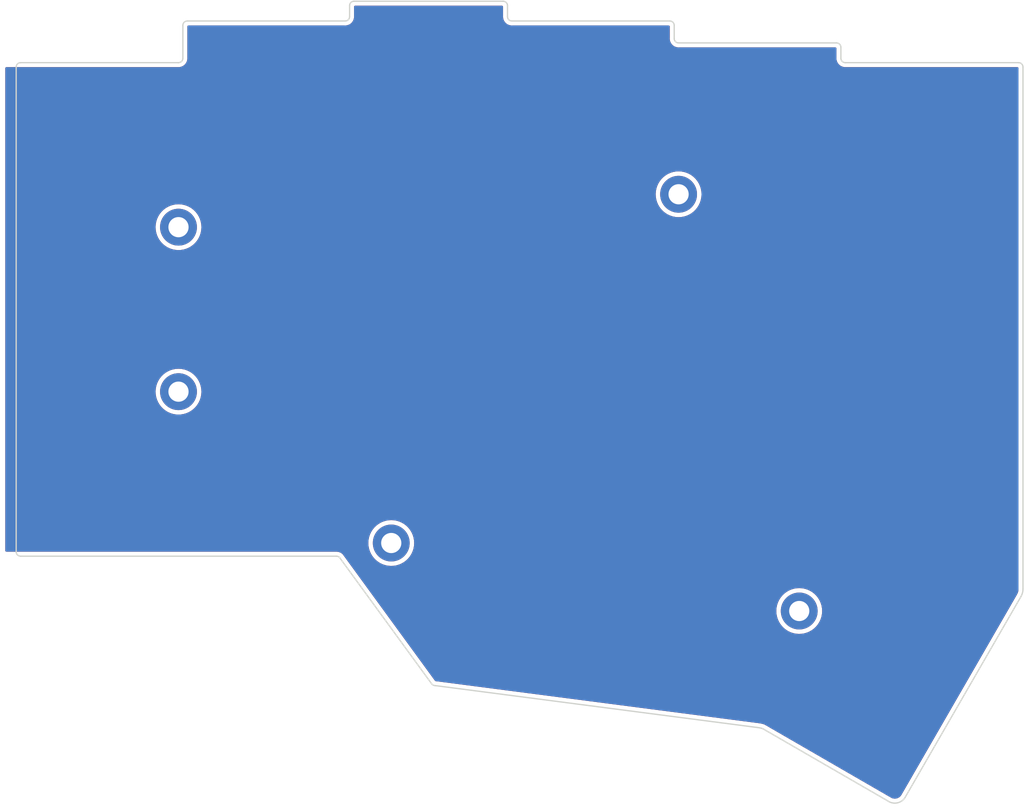
<source format=kicad_pcb>
(kicad_pcb (version 20211014) (generator pcbnew)
  (title_block (title "Corne Bottom Plate") (date "2018-11-15") (rev "2.1") (company "foostan"))
  (layers (0 "F.Cu" signal) (31 "B.Cu" signal) (34 "B.Paste" user) (35 "F.Paste" user) (36 "B.SilkS" user "B.Silkscreen") (37 "F.SilkS" user "F.Silkscreen") (38 "B.Mask" user) (39 "F.Mask" user) (44 "Edge.Cuts" user))
  (net 0 "")
  (footprint "kbd:M2_Hole_TH" (layer "F.Cu") (at 98.5 86.75)
    (fp_text reference "" (at 0 -3.2) (layer "F.SilkS"))
    (fp_text value "")
    (pad "" thru_hole circle locked (at 0 0) (size 4.2 4.2) (drill 2.3) (layers *.Cu *.Mask))
  )
  (footprint "kbd:M2_Hole_TH" (layer "F.Cu") (at 98.5 105.5)
    (fp_text reference "" (at 0 -3.2) (layer "F.SilkS"))
    (fp_text value "")
    (pad "" thru_hole circle locked (at 0 0) (size 4.2 4.2) (drill 2.3) (layers *.Cu *.Mask))
  )
  (footprint "kbd:M2_Hole_TH" (layer "F.Cu") (at 155.5 83)
    (fp_text reference "" (at 0 -3.2) (layer "F.SilkS"))
    (fp_text value "")
    (pad "" thru_hole circle locked (at 0 0) (size 4.2 4.2) (drill 2.3) (layers *.Cu *.Mask))
  )
  (footprint "kbd:M2_Hole_TH" (layer "F.Cu") (at 122.75 122.75)
    (fp_text reference "" (at 0 -3.2) (layer "F.SilkS"))
    (fp_text value "")
    (pad "" thru_hole circle locked (at 0 0) (size 4.2 4.2) (drill 2.3) (layers *.Cu *.Mask))
  )
  (footprint "kbd:M2_Hole_TH" (layer "F.Cu") (at 169.25 130.5)
    (fp_text reference "" (at 0 -3.2) (layer "F.SilkS"))
    (fp_text value "")
    (pad "" thru_hole circle locked (at 0 0) (size 4.2 4.2) (drill 2.3) (layers *.Cu *.Mask))
  )
  (footprint "kbd:corne-horizontal" (layer "F.Cu") (at 127.52 96.53)
    (fp_text reference "G***" hide)
    (fp_text value "LOGO" hide)
  )
  (footprint "kbd:corne-horizontal" (layer "B.Cu") (at 127.44 96.53 180)
    (fp_text reference "G***" hide)
    (fp_text value "LOGO" hide)
  )
  (gr_arc (start 80.5 124.25) (mid 80.146447 124.103553) (end 80 123.75) (layer "Edge.Cuts") (width 0.15))
  (gr_line (start 116.853553 124.396447) (end 127.396447 138.853553) (layer "Edge.Cuts") (width 0.15))
  (gr_line (start 155 65.25) (end 155 63.75) (layer "Edge.Cuts") (width 0.15))
  (gr_arc (start 118 62.75) (mid 117.853553 63.103553) (end 117.5 63.25) (layer "Edge.Cuts") (width 0.15))
  (gr_line (start 136 62.75) (end 136 61.5) (layer "Edge.Cuts") (width 0.15))
  (gr_line (start 154.5 63.25) (end 136.5 63.25) (layer "Edge.Cuts") (width 0.15))
  (gr_line (start 127.75 139) (end 164.420556 143.770344) (layer "Edge.Cuts") (width 0.15))
  (gr_arc (start 164.420556 143.770344) (mid 164.750952 143.819149) (end 165.075 143.9) (layer "Edge.Cuts") (width 0.15))
  (gr_arc (start 127.75 139) (mid 127.558658 138.96194) (end 127.396447 138.853553) (layer "Edge.Cuts") (width 0.15))
  (gr_line (start 98.5 68) (end 80.5 68) (layer "Edge.Cuts") (width 0.15))
  (gr_arc (start 136.5 63.25) (mid 136.146447 63.103553) (end 136 62.75) (layer "Edge.Cuts") (width 0.15))
  (gr_line (start 194.75 68.5) (end 194.75 127.975) (layer "Edge.Cuts") (width 0.15))
  (gr_line (start 118 61.5) (end 118 62.75) (layer "Edge.Cuts") (width 0.15))
  (gr_arc (start 118 61.5) (mid 118.146447 61.146447) (end 118.5 61) (layer "Edge.Cuts") (width 0.15))
  (gr_arc (start 155.5 65.75) (mid 155.146447 65.603553) (end 155 65.25) (layer "Edge.Cuts") (width 0.15))
  (gr_line (start 80 68.5) (end 80 123.75) (layer "Edge.Cuts") (width 0.15))
  (gr_arc (start 194.25 68) (mid 194.603553 68.146447) (end 194.75 68.5) (layer "Edge.Cuts") (width 0.15))
  (gr_line (start 181.297263 151.781465) (end 194.525 128.85) (layer "Edge.Cuts") (width 0.15))
  (gr_line (start 174 66.25) (end 174 67.5) (layer "Edge.Cuts") (width 0.15))
  (gr_line (start 173.5 65.75) (end 155.5 65.75) (layer "Edge.Cuts") (width 0.15))
  (gr_arc (start 99 67.5) (mid 98.853553 67.853553) (end 98.5 68) (layer "Edge.Cuts") (width 0.15))
  (gr_line (start 165.075 143.9) (end 179.369251 152.160956) (layer "Edge.Cuts") (width 0.15))
  (gr_arc (start 80 68.5) (mid 80.146447 68.146447) (end 80.5 68) (layer "Edge.Cuts") (width 0.15))
  (gr_line (start 135.5 61) (end 118.5 61) (layer "Edge.Cuts") (width 0.15))
  (gr_arc (start 194.75 127.975) (mid 194.695218 128.426668) (end 194.522764 128.847696) (layer "Edge.Cuts") (width 0.15))
  (gr_arc (start 116.5 124.25) (mid 116.691342 124.28806) (end 116.853553 124.396447) (layer "Edge.Cuts") (width 0.15))
  (gr_line (start 194.25 68) (end 174.5 68) (layer "Edge.Cuts") (width 0.15))
  (gr_arc (start 174.5 68) (mid 174.146447 67.853553) (end 174 67.5) (layer "Edge.Cuts") (width 0.15))
  (gr_arc (start 99 63.75) (mid 99.146447 63.396447) (end 99.5 63.25) (layer "Edge.Cuts") (width 0.15))
  (gr_line (start 99 63.75) (end 99 67.5) (layer "Edge.Cuts") (width 0.15))
  (gr_arc (start 173.5 65.75) (mid 173.853553 65.896447) (end 174 66.25) (layer "Edge.Cuts") (width 0.15))
  (gr_arc (start 154.5 63.25) (mid 154.853553 63.396447) (end 155 63.75) (layer "Edge.Cuts") (width 0.15))
  (gr_arc (start 135.5 61) (mid 135.853553 61.146447) (end 136 61.5) (layer "Edge.Cuts") (width 0.15))
  (gr_line (start 116.5 124.25) (end 80.5 124.25) (layer "Edge.Cuts") (width 0.15))
  (gr_line (start 117.5 63.25) (end 99.5 63.25) (layer "Edge.Cuts") (width 0.15))
  (gr_arc (start 181.297263 151.781465) (mid 180.412069 152.371617) (end 179.369251 152.160956) (layer "Edge.Cuts") (width 0.15))
  (zone (net 0) (net_name "") (layer "F.Cu") (connect_pads (clearance 0.508)) (min_thickness 0.254) (fill yes (thermal_gap 0.508) (thermal_bridge_width 0.508))
    (polygon (pts (xy 194.7 67.9) (xy 174.1932 67.818) (xy 174.1678 65.6336) (xy 155.194 65.5828) (xy 155.194 63.1444) (xy 136.1948 63.0428) (xy 136.1948 60.8838) (xy 117.7798 60.8584) (xy 117.7798 63.0682) (xy 98.806 63.0936) (xy 98.7806 67.818) (xy 78.1812 67.9196) (xy 78.1558 124.3584) (xy 116.6622 124.3584) (xy 127.4 139.1) (xy 164.9984 143.9672) (xy 180.6956 153.0604) (xy 194.8434 128.4986) (xy 194.8688 67.8942)))
  )
  (zone (net 0) (net_name "") (layer "B.Cu") (connect_pads (clearance 0.508)) (min_thickness 0.254) (fill yes (thermal_gap 0.508) (thermal_bridge_width 0.508))
    (polygon (pts (xy 194.7 67.9) (xy 174 67.9) (xy 174 65.7) (xy 155 65.7) (xy 155 63.2) (xy 136 63.2) (xy 136 60.9) (xy 118 60.9) (xy 118 63.2) (xy 98.8 63.2) (xy 98.9 67.9) (xy 78.1558 67.9196) (xy 78.1558 124.4346) (xy 116.6622 124.3584) (xy 127.4318 139.0396) (xy 164.9222 143.9418) (xy 180.6956 153.035) (xy 194.8434 128.4732) (xy 194.8434 67.9)))
  )
)
</source>
